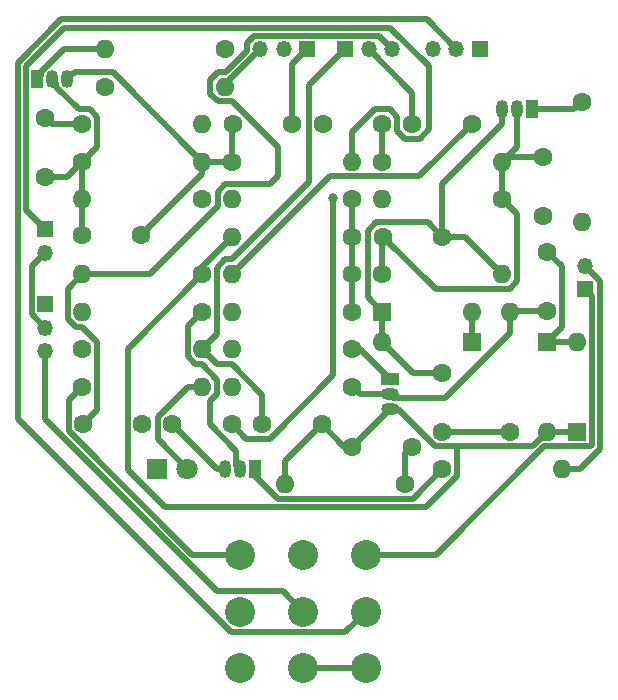
<source format=gbr>
%TF.GenerationSoftware,KiCad,Pcbnew,(5.1.6)-1*%
%TF.CreationDate,2020-10-27T15:42:11-05:00*%
%TF.ProjectId,MuffPi3PDT,4d756666-5069-4335-9044-542e6b696361,rev?*%
%TF.SameCoordinates,Original*%
%TF.FileFunction,Copper,L1,Top*%
%TF.FilePolarity,Positive*%
%FSLAX46Y46*%
G04 Gerber Fmt 4.6, Leading zero omitted, Abs format (unit mm)*
G04 Created by KiCad (PCBNEW (5.1.6)-1) date 2020-10-27 15:42:11*
%MOMM*%
%LPD*%
G01*
G04 APERTURE LIST*
%TA.AperFunction,ComponentPad*%
%ADD10C,1.600000*%
%TD*%
%TA.AperFunction,ComponentPad*%
%ADD11O,1.600000X1.600000*%
%TD*%
%TA.AperFunction,ComponentPad*%
%ADD12R,1.350000X1.350000*%
%TD*%
%TA.AperFunction,ComponentPad*%
%ADD13O,1.350000X1.350000*%
%TD*%
%TA.AperFunction,ComponentPad*%
%ADD14R,1.600000X1.600000*%
%TD*%
%TA.AperFunction,ComponentPad*%
%ADD15R,1.800000X1.800000*%
%TD*%
%TA.AperFunction,ComponentPad*%
%ADD16C,1.800000*%
%TD*%
%TA.AperFunction,ComponentPad*%
%ADD17O,1.050000X1.500000*%
%TD*%
%TA.AperFunction,ComponentPad*%
%ADD18R,1.050000X1.500000*%
%TD*%
%TA.AperFunction,ComponentPad*%
%ADD19R,1.500000X1.050000*%
%TD*%
%TA.AperFunction,ComponentPad*%
%ADD20O,1.500000X1.050000*%
%TD*%
%TA.AperFunction,ComponentPad*%
%ADD21C,2.540000*%
%TD*%
%TA.AperFunction,ViaPad*%
%ADD22C,0.800000*%
%TD*%
%TA.AperFunction,Conductor*%
%ADD23C,0.500000*%
%TD*%
G04 APERTURE END LIST*
D10*
%TO.P,R20,1*%
%TO.N,Net-(C12-Pad2)*%
X120015000Y-88900000D03*
D11*
%TO.P,R20,2*%
%TO.N,GND*%
X109855000Y-88900000D03*
%TD*%
D12*
%TO.P,BT1,1*%
%TO.N,Net-(BT1-Pad1)*%
X106680000Y-81915000D03*
D13*
%TO.P,BT1,2*%
%TO.N,Net-(BT1-Pad2)*%
X106680000Y-83915000D03*
%TD*%
D10*
%TO.P,C1,1*%
%TO.N,Net-(C1-Pad1)*%
X106680000Y-77470000D03*
%TO.P,C1,2*%
%TO.N,Net-(C1-Pad2)*%
X106680000Y-72470000D03*
%TD*%
%TO.P,C2,2*%
%TO.N,Net-(C1-Pad1)*%
X109808000Y-82423000D03*
%TO.P,C2,1*%
%TO.N,Net-(C2-Pad1)*%
X114808000Y-82423000D03*
%TD*%
%TO.P,C3,1*%
%TO.N,Net-(C3-Pad1)*%
X127635000Y-73025000D03*
%TO.P,C3,2*%
%TO.N,Net-(C2-Pad1)*%
X122635000Y-73025000D03*
%TD*%
%TO.P,C4,1*%
%TO.N,Net-(C4-Pad1)*%
X135255000Y-73025000D03*
%TO.P,C4,2*%
%TO.N,Net-(C4-Pad2)*%
X130255000Y-73025000D03*
%TD*%
%TO.P,C5,2*%
%TO.N,Net-(C5-Pad2)*%
X148844000Y-75772000D03*
%TO.P,C5,1*%
%TO.N,Net-(C5-Pad1)*%
X148844000Y-80772000D03*
%TD*%
%TO.P,C6,1*%
%TO.N,Net-(C6-Pad1)*%
X140335000Y-82550000D03*
%TO.P,C6,2*%
%TO.N,Net-(C5-Pad2)*%
X135335000Y-82550000D03*
%TD*%
%TO.P,C7,2*%
%TO.N,Net-(C6-Pad1)*%
X140335000Y-94060000D03*
%TO.P,C7,1*%
%TO.N,Net-(C7-Pad1)*%
X140335000Y-99060000D03*
%TD*%
%TO.P,C8,1*%
%TO.N,Net-(C8-Pad1)*%
X149225000Y-83820000D03*
%TO.P,C8,2*%
%TO.N,Net-(C8-Pad2)*%
X149225000Y-88820000D03*
%TD*%
%TO.P,C9,1*%
%TO.N,Net-(C10-Pad2)*%
X132715000Y-100330000D03*
%TO.P,C9,2*%
%TO.N,Net-(C8-Pad2)*%
X137715000Y-100330000D03*
%TD*%
%TO.P,C10,2*%
%TO.N,Net-(C10-Pad2)*%
X130095000Y-98425000D03*
%TO.P,C10,1*%
%TO.N,Net-(C10-Pad1)*%
X125095000Y-98425000D03*
%TD*%
%TO.P,C11,1*%
%TO.N,GND*%
X114935000Y-98425000D03*
%TO.P,C11,2*%
%TO.N,Net-(C11-Pad2)*%
X109935000Y-98425000D03*
%TD*%
%TO.P,C12,2*%
%TO.N,Net-(C12-Pad2)*%
X142795000Y-73025000D03*
%TO.P,C12,1*%
%TO.N,Net-(C12-Pad1)*%
X137795000Y-73025000D03*
%TD*%
%TO.P,C13,2*%
%TO.N,Net-(C13-Pad2)*%
X122475000Y-98425000D03*
%TO.P,C13,1*%
%TO.N,Net-(C13-Pad1)*%
X117475000Y-98425000D03*
%TD*%
D11*
%TO.P,D1,2*%
%TO.N,Net-(C5-Pad1)*%
X142875000Y-88900000D03*
D14*
%TO.P,D1,1*%
%TO.N,Net-(C6-Pad1)*%
X135255000Y-88900000D03*
%TD*%
%TO.P,D2,1*%
%TO.N,Net-(C5-Pad1)*%
X142875000Y-91440000D03*
D11*
%TO.P,D2,2*%
%TO.N,Net-(C6-Pad1)*%
X135255000Y-91440000D03*
%TD*%
%TO.P,D3,2*%
%TO.N,Net-(C8-Pad1)*%
X151765000Y-91440000D03*
D14*
%TO.P,D3,1*%
%TO.N,Net-(C10-Pad2)*%
X151765000Y-99060000D03*
%TD*%
%TO.P,D4,1*%
%TO.N,Net-(C8-Pad1)*%
X149225000Y-91440000D03*
D11*
%TO.P,D4,2*%
%TO.N,Net-(C10-Pad2)*%
X149225000Y-99060000D03*
%TD*%
D15*
%TO.P,D5,1*%
%TO.N,GND*%
X116205000Y-102235000D03*
D16*
%TO.P,D5,2*%
%TO.N,Net-(D5-Pad2)*%
X118745000Y-102235000D03*
%TD*%
D12*
%TO.P,J1,1*%
%TO.N,GND*%
X106680000Y-88265000D03*
D13*
%TO.P,J1,2*%
%TO.N,Net-(BT1-Pad2)*%
X106680000Y-90265000D03*
%TO.P,J1,3*%
%TO.N,Net-(J1-Pad3)*%
X106680000Y-92265000D03*
%TD*%
D12*
%TO.P,J2,1*%
%TO.N,Net-(J2-Pad1)*%
X152400000Y-86995000D03*
D13*
%TO.P,J2,2*%
%TO.N,GND*%
X152400000Y-84995000D03*
%TD*%
D17*
%TO.P,Q1,2*%
%TO.N,Net-(C1-Pad1)*%
X107315000Y-69215000D03*
%TO.P,Q1,3*%
%TO.N,Net-(C2-Pad1)*%
X108585000Y-69215000D03*
D18*
%TO.P,Q1,1*%
%TO.N,Net-(Q1-Pad1)*%
X106045000Y-69215000D03*
%TD*%
%TO.P,Q2,1*%
%TO.N,Net-(Q2-Pad1)*%
X147955000Y-71755000D03*
D17*
%TO.P,Q2,3*%
%TO.N,Net-(C6-Pad1)*%
X145415000Y-71755000D03*
%TO.P,Q2,2*%
%TO.N,Net-(C5-Pad2)*%
X146685000Y-71755000D03*
%TD*%
D19*
%TO.P,Q3,1*%
%TO.N,Net-(Q3-Pad1)*%
X135890000Y-94615000D03*
D20*
%TO.P,Q3,3*%
%TO.N,Net-(C10-Pad2)*%
X135890000Y-97155000D03*
%TO.P,Q3,2*%
%TO.N,Net-(C8-Pad2)*%
X135890000Y-95885000D03*
%TD*%
D17*
%TO.P,Q4,2*%
%TO.N,Net-(C12-Pad2)*%
X123190000Y-102235000D03*
%TO.P,Q4,3*%
%TO.N,Net-(C13-Pad1)*%
X121920000Y-102235000D03*
D18*
%TO.P,Q4,1*%
%TO.N,Net-(Q4-Pad1)*%
X124460000Y-102235000D03*
%TD*%
D11*
%TO.P,R1,2*%
%TO.N,Net-(R1-Pad2)*%
X120015000Y-73025000D03*
D10*
%TO.P,R1,1*%
%TO.N,Net-(C1-Pad2)*%
X109855000Y-73025000D03*
%TD*%
D11*
%TO.P,R2,2*%
%TO.N,Net-(C1-Pad1)*%
X109855000Y-79375000D03*
D10*
%TO.P,R2,1*%
%TO.N,GND*%
X120015000Y-79375000D03*
%TD*%
D11*
%TO.P,R3,2*%
%TO.N,Net-(C2-Pad1)*%
X120015000Y-76200000D03*
D10*
%TO.P,R3,1*%
%TO.N,Net-(C1-Pad1)*%
X109855000Y-76200000D03*
%TD*%
D11*
%TO.P,R4,2*%
%TO.N,Net-(BT1-Pad1)*%
X132715000Y-76200000D03*
D10*
%TO.P,R4,1*%
%TO.N,Net-(C2-Pad1)*%
X122555000Y-76200000D03*
%TD*%
%TO.P,R5,1*%
%TO.N,GND*%
X121920000Y-66675000D03*
D11*
%TO.P,R5,2*%
%TO.N,Net-(Q1-Pad1)*%
X111760000Y-66675000D03*
%TD*%
D10*
%TO.P,R6,1*%
%TO.N,GND*%
X111760000Y-69850000D03*
D11*
%TO.P,R6,2*%
%TO.N,Net-(R6-Pad2)*%
X121920000Y-69850000D03*
%TD*%
D10*
%TO.P,R7,1*%
%TO.N,Net-(C4-Pad1)*%
X135255000Y-76200000D03*
D11*
%TO.P,R7,2*%
%TO.N,Net-(C5-Pad2)*%
X145415000Y-76200000D03*
%TD*%
%TO.P,R8,2*%
%TO.N,GND*%
X135255000Y-79375000D03*
D10*
%TO.P,R8,1*%
%TO.N,Net-(C5-Pad2)*%
X145415000Y-79375000D03*
%TD*%
D11*
%TO.P,R9,2*%
%TO.N,Net-(C6-Pad1)*%
X145415000Y-85725000D03*
D10*
%TO.P,R9,1*%
%TO.N,Net-(C5-Pad2)*%
X135255000Y-85725000D03*
%TD*%
%TO.P,R10,1*%
%TO.N,Net-(BT1-Pad1)*%
X132715000Y-79375000D03*
D11*
%TO.P,R10,2*%
%TO.N,Net-(C6-Pad1)*%
X122555000Y-79375000D03*
%TD*%
D10*
%TO.P,R11,1*%
%TO.N,Net-(Q2-Pad1)*%
X152146000Y-71120000D03*
D11*
%TO.P,R11,2*%
%TO.N,GND*%
X152146000Y-81280000D03*
%TD*%
D10*
%TO.P,R12,1*%
%TO.N,Net-(C7-Pad1)*%
X146050000Y-99060000D03*
D11*
%TO.P,R12,2*%
%TO.N,Net-(C8-Pad2)*%
X146050000Y-88900000D03*
%TD*%
%TO.P,R13,2*%
%TO.N,GND*%
X122555000Y-95250000D03*
D10*
%TO.P,R13,1*%
%TO.N,Net-(C8-Pad2)*%
X132715000Y-95250000D03*
%TD*%
D11*
%TO.P,R14,2*%
%TO.N,Net-(C10-Pad2)*%
X127000000Y-103505000D03*
D10*
%TO.P,R14,1*%
%TO.N,Net-(C8-Pad2)*%
X137160000Y-103505000D03*
%TD*%
D11*
%TO.P,R15,2*%
%TO.N,GND*%
X122555000Y-92075000D03*
D10*
%TO.P,R15,1*%
%TO.N,Net-(Q3-Pad1)*%
X132715000Y-92075000D03*
%TD*%
%TO.P,R16,1*%
%TO.N,Net-(BT1-Pad1)*%
X132715000Y-82550000D03*
D11*
%TO.P,R16,2*%
%TO.N,Net-(C10-Pad2)*%
X122555000Y-82550000D03*
%TD*%
%TO.P,R17,2*%
%TO.N,Net-(C11-Pad2)*%
X109855000Y-85725000D03*
D10*
%TO.P,R17,1*%
%TO.N,Net-(C10-Pad2)*%
X120015000Y-85725000D03*
%TD*%
%TO.P,R18,1*%
%TO.N,GND*%
X109855000Y-92075000D03*
D11*
%TO.P,R18,2*%
%TO.N,Net-(C10-Pad1)*%
X120015000Y-92075000D03*
%TD*%
%TO.P,R19,2*%
%TO.N,Net-(C12-Pad2)*%
X122555000Y-85725000D03*
D10*
%TO.P,R19,1*%
%TO.N,Net-(BT1-Pad1)*%
X132715000Y-85725000D03*
%TD*%
%TO.P,R21,1*%
%TO.N,Net-(BT1-Pad1)*%
X132715000Y-88900000D03*
D11*
%TO.P,R21,2*%
%TO.N,Net-(C13-Pad1)*%
X122555000Y-88900000D03*
%TD*%
D10*
%TO.P,R22,1*%
%TO.N,Net-(Q4-Pad1)*%
X140335000Y-102235000D03*
D11*
%TO.P,R22,2*%
%TO.N,GND*%
X150495000Y-102235000D03*
%TD*%
D10*
%TO.P,R23,1*%
%TO.N,Net-(R23-Pad1)*%
X109855000Y-95250000D03*
D11*
%TO.P,R23,2*%
%TO.N,Net-(D5-Pad2)*%
X120015000Y-95250000D03*
%TD*%
D13*
%TO.P,SUST1,3*%
%TO.N,Net-(R6-Pad2)*%
X124905000Y-66675000D03*
%TO.P,SUST1,2*%
%TO.N,Net-(C4-Pad2)*%
X126905000Y-66675000D03*
D12*
%TO.P,SUST1,1*%
%TO.N,Net-(C3-Pad1)*%
X128905000Y-66675000D03*
%TD*%
D13*
%TO.P,TONE1,3*%
%TO.N,Net-(C11-Pad2)*%
X136080000Y-66675000D03*
%TO.P,TONE1,2*%
%TO.N,Net-(C12-Pad1)*%
X134080000Y-66675000D03*
D12*
%TO.P,TONE1,1*%
%TO.N,Net-(C10-Pad1)*%
X132080000Y-66675000D03*
%TD*%
%TO.P,VOL1,1*%
%TO.N,Net-(C13-Pad2)*%
X143510000Y-66675000D03*
D13*
%TO.P,VOL1,2*%
%TO.N,Net-(S1-PadP$8)*%
X141510000Y-66675000D03*
%TO.P,VOL1,3*%
%TO.N,GND*%
X139510000Y-66675000D03*
%TD*%
D21*
%TO.P,S1,P$1*%
%TO.N,Net-(R23-Pad1)*%
X123225560Y-109501940D03*
%TO.P,S1,P$2*%
%TO.N,Net-(BT1-Pad1)*%
X123225560Y-114300000D03*
%TO.P,S1,P$3*%
%TO.N,N/C*%
X123225560Y-119098060D03*
%TO.P,S1,P$4*%
%TO.N,Net-(R1-Pad2)*%
X128524000Y-109501940D03*
%TO.P,S1,P$5*%
%TO.N,Net-(J1-Pad3)*%
X128524000Y-114300000D03*
%TO.P,S1,P$6*%
%TO.N,Net-(S1-PadP$6)*%
X128524000Y-119098060D03*
%TO.P,S1,P$7*%
%TO.N,Net-(J2-Pad1)*%
X133822440Y-109501940D03*
%TO.P,S1,P$8*%
%TO.N,Net-(S1-PadP$8)*%
X133822440Y-114300000D03*
%TO.P,S1,P$9*%
%TO.N,Net-(S1-PadP$6)*%
X133822440Y-119098060D03*
%TD*%
D22*
%TO.N,Net-(C13-Pad2)*%
X131064000Y-79248000D03*
%TD*%
D23*
%TO.N,Net-(BT1-Pad1)*%
X132715000Y-88900000D02*
X132715000Y-85725000D01*
X135919991Y-64849989D02*
X139192000Y-68121998D01*
X108325009Y-64849989D02*
X135919991Y-64849989D01*
X105069999Y-68104999D02*
X108325009Y-64849989D01*
X105069999Y-80304999D02*
X105069999Y-68104999D01*
X106680000Y-81915000D02*
X105069999Y-80304999D01*
X139192000Y-68121998D02*
X139192000Y-71628000D01*
X132715000Y-79375000D02*
X132715000Y-82550000D01*
X132715000Y-82550000D02*
X132715000Y-85725000D01*
X138395001Y-74275001D02*
X139192000Y-73478002D01*
X139192000Y-73478002D02*
X139192000Y-71628000D01*
X137194999Y-74275001D02*
X138395001Y-74275001D01*
X136505001Y-73585003D02*
X137194999Y-74275001D01*
X136505001Y-72424999D02*
X136505001Y-73585003D01*
X135855001Y-71774999D02*
X136505001Y-72424999D01*
X134654999Y-71774999D02*
X135855001Y-71774999D01*
X132715000Y-73714998D02*
X134654999Y-71774999D01*
X132715000Y-76200000D02*
X132715000Y-73714998D01*
%TO.N,Net-(BT1-Pad2)*%
X105554999Y-89139999D02*
X106680000Y-90265000D01*
X105554999Y-85040001D02*
X105554999Y-89139999D01*
X106680000Y-83915000D02*
X105554999Y-85040001D01*
%TO.N,Net-(C1-Pad1)*%
X111105001Y-74949999D02*
X109855000Y-76200000D01*
X111105001Y-72424999D02*
X111105001Y-74949999D01*
X109541127Y-71774999D02*
X110455001Y-71774999D01*
X110455001Y-71774999D02*
X111105001Y-72424999D01*
X107609990Y-69843862D02*
X109541127Y-71774999D01*
X107609990Y-69509990D02*
X107609990Y-69843862D01*
X107315000Y-69215000D02*
X107609990Y-69509990D01*
X108585000Y-77470000D02*
X109855000Y-76200000D01*
X106680000Y-77470000D02*
X108585000Y-77470000D01*
X109855000Y-79375000D02*
X109855000Y-76200000D01*
X109808000Y-79422000D02*
X109855000Y-79375000D01*
X109808000Y-82423000D02*
X109808000Y-79422000D01*
%TO.N,Net-(C1-Pad2)*%
X107235000Y-73025000D02*
X106680000Y-72470000D01*
X109855000Y-73025000D02*
X107235000Y-73025000D01*
%TO.N,Net-(C2-Pad1)*%
X112414999Y-68599999D02*
X120015000Y-76200000D01*
X109200001Y-68599999D02*
X112414999Y-68599999D01*
X108585000Y-69215000D02*
X109200001Y-68599999D01*
X120015000Y-76200000D02*
X122555000Y-76200000D01*
X122635000Y-76120000D02*
X122555000Y-76200000D01*
X120015000Y-77216000D02*
X120015000Y-76200000D01*
X114808000Y-82423000D02*
X120015000Y-77216000D01*
X122555000Y-73105000D02*
X122635000Y-73025000D01*
X122555000Y-76200000D02*
X122555000Y-73105000D01*
%TO.N,Net-(C3-Pad1)*%
X127635000Y-67945000D02*
X128905000Y-66675000D01*
X127635000Y-73025000D02*
X127635000Y-67945000D01*
%TO.N,Net-(C4-Pad1)*%
X135255000Y-76200000D02*
X135255000Y-73025000D01*
%TO.N,Net-(C5-Pad2)*%
X145970000Y-75645000D02*
X145415000Y-76200000D01*
X145415000Y-76200000D02*
X145415000Y-79375000D01*
X135255000Y-82630000D02*
X135335000Y-82550000D01*
X135255000Y-85725000D02*
X135255000Y-82630000D01*
X146665001Y-80625001D02*
X145415000Y-79375000D01*
X146665001Y-86325001D02*
X146665001Y-80625001D01*
X146015001Y-86975001D02*
X146665001Y-86325001D01*
X139760001Y-86975001D02*
X146015001Y-86975001D01*
X135335000Y-82550000D02*
X139760001Y-86975001D01*
X146685000Y-74930000D02*
X145415000Y-76200000D01*
X146685000Y-71755000D02*
X146685000Y-74930000D01*
X145843000Y-75772000D02*
X145415000Y-76200000D01*
X148844000Y-75772000D02*
X145843000Y-75772000D01*
%TO.N,Net-(C5-Pad1)*%
X142875000Y-91440000D02*
X142875000Y-88900000D01*
%TO.N,Net-(C6-Pad1)*%
X135255000Y-88900000D02*
X135255000Y-91440000D01*
X140335000Y-78085000D02*
X140335000Y-82550000D01*
X145415000Y-73005000D02*
X140335000Y-78085000D01*
X145415000Y-71755000D02*
X145415000Y-73005000D01*
X142240000Y-82550000D02*
X145415000Y-85725000D01*
X140335000Y-82550000D02*
X142240000Y-82550000D01*
X137875000Y-94060000D02*
X135255000Y-91440000D01*
X140335000Y-94060000D02*
X137875000Y-94060000D01*
X139084999Y-81299999D02*
X140335000Y-82550000D01*
X134734999Y-81299999D02*
X139084999Y-81299999D01*
X134004999Y-82029999D02*
X134734999Y-81299999D01*
X134004999Y-87649999D02*
X134004999Y-82029999D01*
X135255000Y-88900000D02*
X134004999Y-87649999D01*
%TO.N,Net-(C7-Pad1)*%
X140335000Y-99060000D02*
X146050000Y-99060000D01*
%TO.N,Net-(C8-Pad1)*%
X149225000Y-91440000D02*
X151765000Y-91440000D01*
X150475001Y-90189999D02*
X149225000Y-91440000D01*
X150475001Y-85070001D02*
X150475001Y-90189999D01*
X149225000Y-83820000D02*
X150475001Y-85070001D01*
%TO.N,Net-(C8-Pad2)*%
X146130000Y-88820000D02*
X146050000Y-88900000D01*
X149225000Y-88820000D02*
X146130000Y-88820000D01*
X137160000Y-100885000D02*
X137715000Y-100330000D01*
X137160000Y-103505000D02*
X137160000Y-100885000D01*
X133350000Y-95885000D02*
X135890000Y-95885000D01*
X132715000Y-95250000D02*
X133350000Y-95885000D01*
X146050000Y-90675002D02*
X146050000Y-88900000D01*
X140545012Y-96179990D02*
X146050000Y-90675002D01*
X136184990Y-96179990D02*
X140545012Y-96179990D01*
X135890000Y-95885000D02*
X136184990Y-96179990D01*
%TO.N,Net-(C10-Pad2)*%
X151765000Y-99060000D02*
X149225000Y-99060000D01*
X127000000Y-101520000D02*
X130095000Y-98425000D01*
X127000000Y-103505000D02*
X127000000Y-101520000D01*
X132000000Y-100330000D02*
X130095000Y-98425000D01*
X132715000Y-100330000D02*
X132000000Y-100330000D01*
X132715000Y-100330000D02*
X135890000Y-97155000D01*
X147974999Y-100310001D02*
X149225000Y-99060000D01*
X136579998Y-97155000D02*
X139734999Y-100310001D01*
X135890000Y-97155000D02*
X136579998Y-97155000D01*
X141585001Y-102835001D02*
X141585001Y-100310001D01*
X138964991Y-105455011D02*
X141585001Y-102835001D01*
X113684999Y-102325001D02*
X116815009Y-105455011D01*
X113684999Y-92055001D02*
X113684999Y-102325001D01*
X116815009Y-105455011D02*
X138964991Y-105455011D01*
X120015000Y-85725000D02*
X113684999Y-92055001D01*
X141585001Y-100310001D02*
X147974999Y-100310001D01*
X139734999Y-100310001D02*
X141585001Y-100310001D01*
X120015000Y-85090000D02*
X122555000Y-82550000D01*
X120015000Y-85725000D02*
X120015000Y-85090000D01*
%TO.N,Net-(C10-Pad1)*%
X121265001Y-90824999D02*
X120015000Y-92075000D01*
X121265001Y-85164997D02*
X121265001Y-90824999D01*
X132080000Y-66675000D02*
X129004999Y-69750001D01*
X122500002Y-93345000D02*
X121285000Y-93345000D01*
X121285000Y-93345000D02*
X120015000Y-92075000D01*
X125095000Y-95939998D02*
X122500002Y-93345000D01*
X125095000Y-98425000D02*
X125095000Y-95939998D01*
X121954999Y-84474999D02*
X121265001Y-85164997D01*
X122480003Y-84474999D02*
X121954999Y-84474999D01*
X129004999Y-77950003D02*
X122480003Y-84474999D01*
X129004999Y-69750001D02*
X129004999Y-77950003D01*
%TO.N,GND*%
X151989965Y-102235000D02*
X150495000Y-102235000D01*
X153715011Y-100509954D02*
X151989965Y-102235000D01*
X153715011Y-86310011D02*
X153715011Y-100509954D01*
X152400000Y-84995000D02*
X153715011Y-86310011D01*
%TO.N,Net-(C11-Pad2)*%
X111105001Y-97254999D02*
X109935000Y-98425000D01*
X111105001Y-91474999D02*
X111105001Y-97254999D01*
X109800002Y-90170000D02*
X111105001Y-91474999D01*
X109274998Y-90170000D02*
X109800002Y-90170000D01*
X108604999Y-89500001D02*
X109274998Y-90170000D01*
X108604999Y-86975001D02*
X108604999Y-89500001D01*
X109855000Y-85725000D02*
X108604999Y-86975001D01*
X134954999Y-65549999D02*
X136080000Y-66675000D01*
X124364999Y-65549999D02*
X134954999Y-65549999D01*
X123779999Y-66134999D02*
X124364999Y-65549999D01*
X123779999Y-66810039D02*
X123779999Y-66134999D01*
X121990039Y-68599999D02*
X123779999Y-66810039D01*
X121319999Y-68599999D02*
X121990039Y-68599999D01*
X120669999Y-70450001D02*
X120669999Y-69249999D01*
X120669999Y-69249999D02*
X121319999Y-68599999D01*
X121319999Y-71100001D02*
X120669999Y-70450001D01*
X122520001Y-71100001D02*
X121319999Y-71100001D01*
X126384999Y-74964999D02*
X122520001Y-71100001D01*
X126384999Y-77450001D02*
X126384999Y-74964999D01*
X121304999Y-79975001D02*
X121304999Y-78774999D01*
X115555000Y-85725000D02*
X121304999Y-79975001D01*
X109855000Y-85725000D02*
X115555000Y-85725000D01*
X125710001Y-78124999D02*
X126384999Y-77450001D01*
X121954999Y-78124999D02*
X125710001Y-78124999D01*
X121304999Y-78774999D02*
X121954999Y-78124999D01*
%TO.N,Net-(C12-Pad2)*%
X118764999Y-90150001D02*
X120015000Y-88900000D01*
X118764999Y-92675001D02*
X118764999Y-90150001D01*
X119940003Y-93325001D02*
X119414999Y-93325001D01*
X120615001Y-96500001D02*
X121265001Y-95850001D01*
X120615001Y-98415003D02*
X120615001Y-96500001D01*
X121265001Y-95850001D02*
X121265001Y-94649999D01*
X122895010Y-100695012D02*
X120615001Y-98415003D01*
X121265001Y-94649999D02*
X119940003Y-93325001D01*
X122895010Y-101940010D02*
X122895010Y-100695012D01*
X119414999Y-93325001D02*
X118764999Y-92675001D01*
X123190000Y-102235000D02*
X122895010Y-101940010D01*
X130829999Y-77450001D02*
X122555000Y-85725000D01*
X138369999Y-77450001D02*
X130829999Y-77450001D01*
X142795000Y-73025000D02*
X138369999Y-77450001D01*
%TO.N,Net-(C12-Pad1)*%
X137795000Y-70390000D02*
X134080000Y-66675000D01*
X137795000Y-73025000D02*
X137795000Y-70390000D01*
%TO.N,Net-(C13-Pad2)*%
X125695001Y-99675001D02*
X131064000Y-94306002D01*
X122475000Y-98425000D02*
X123725001Y-99675001D01*
X123725001Y-99675001D02*
X125695001Y-99675001D01*
X131064000Y-94306002D02*
X131064000Y-79248000D01*
X131064000Y-79248000D02*
X131064000Y-79248000D01*
%TO.N,Net-(C13-Pad1)*%
X121285000Y-102235000D02*
X117475000Y-98425000D01*
X121920000Y-102235000D02*
X121285000Y-102235000D01*
%TO.N,Net-(D5-Pad2)*%
X118799998Y-95250000D02*
X120015000Y-95250000D01*
X116224999Y-97824999D02*
X118799998Y-95250000D01*
X116224999Y-99714999D02*
X116224999Y-97824999D01*
X118745000Y-102235000D02*
X116224999Y-99714999D01*
%TO.N,Net-(J1-Pad3)*%
X126803999Y-112579999D02*
X128524000Y-114300000D01*
X121250035Y-112579999D02*
X126803999Y-112579999D01*
X106680000Y-98009964D02*
X121250035Y-112579999D01*
X106680000Y-92265000D02*
X106680000Y-98009964D01*
%TO.N,Net-(J2-Pad1)*%
X139773023Y-109501940D02*
X133822440Y-109501940D01*
X148964962Y-100310001D02*
X139773023Y-109501940D01*
X152925001Y-100310001D02*
X148964962Y-100310001D01*
X153015001Y-100220001D02*
X152925001Y-100310001D01*
X153015001Y-87610001D02*
X153015001Y-100220001D01*
X152400000Y-86995000D02*
X153015001Y-87610001D01*
%TO.N,Net-(Q1-Pad1)*%
X108251128Y-66675000D02*
X111760000Y-66675000D01*
X106339990Y-68586138D02*
X108251128Y-66675000D01*
X106339990Y-68920010D02*
X106339990Y-68586138D01*
X106045000Y-69215000D02*
X106339990Y-68920010D01*
%TO.N,Net-(Q2-Pad1)*%
X151511000Y-71755000D02*
X152146000Y-71120000D01*
X147955000Y-71755000D02*
X151511000Y-71755000D01*
%TO.N,Net-(Q3-Pad1)*%
X133350000Y-92075000D02*
X135890000Y-94615000D01*
X132715000Y-92075000D02*
X133350000Y-92075000D01*
%TO.N,Net-(Q4-Pad1)*%
X137814999Y-104755001D02*
X140335000Y-102235000D01*
X124460000Y-102815002D02*
X126399999Y-104755001D01*
X126399999Y-104755001D02*
X137814999Y-104755001D01*
X124460000Y-102235000D02*
X124460000Y-102815002D01*
%TO.N,Net-(R6-Pad2)*%
X121920000Y-69660000D02*
X124905000Y-66675000D01*
X121920000Y-69850000D02*
X121920000Y-69660000D01*
%TO.N,Net-(R23-Pad1)*%
X119161938Y-109501940D02*
X123225560Y-109501940D01*
X108684999Y-99025001D02*
X119161938Y-109501940D01*
X108684999Y-96420001D02*
X108684999Y-99025001D01*
X109855000Y-95250000D02*
X108684999Y-96420001D01*
%TO.N,Net-(S1-PadP$6)*%
X128524000Y-119098060D02*
X133822440Y-119098060D01*
%TO.N,Net-(S1-PadP$8)*%
X138984979Y-64149979D02*
X141510000Y-66675000D01*
X108035056Y-64149979D02*
X138984979Y-64149979D01*
X104369989Y-67815046D02*
X108035056Y-64149979D01*
X104369989Y-97990031D02*
X104369989Y-67815046D01*
X122399959Y-116020001D02*
X104369989Y-97990031D01*
X132102439Y-116020001D02*
X122399959Y-116020001D01*
X133822440Y-114300000D02*
X132102439Y-116020001D01*
%TD*%
M02*

</source>
